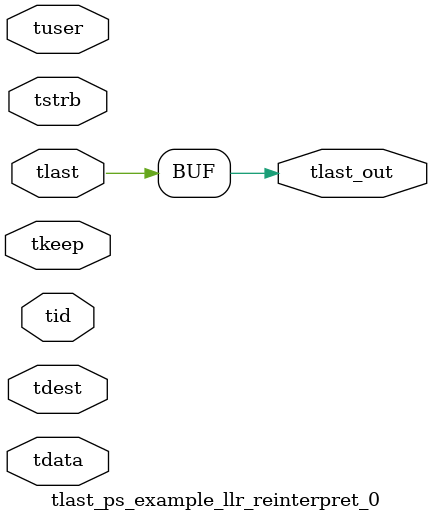
<source format=v>


`timescale 1ps/1ps

module tlast_ps_example_llr_reinterpret_0 #
(
parameter C_S_AXIS_TID_WIDTH   = 1,
parameter C_S_AXIS_TUSER_WIDTH = 0,
parameter C_S_AXIS_TDATA_WIDTH = 0,
parameter C_S_AXIS_TDEST_WIDTH = 0
)
(
input  [(C_S_AXIS_TID_WIDTH   == 0 ? 1 : C_S_AXIS_TID_WIDTH)-1:0       ] tid,
input  [(C_S_AXIS_TDATA_WIDTH == 0 ? 1 : C_S_AXIS_TDATA_WIDTH)-1:0     ] tdata,
input  [(C_S_AXIS_TUSER_WIDTH == 0 ? 1 : C_S_AXIS_TUSER_WIDTH)-1:0     ] tuser,
input  [(C_S_AXIS_TDEST_WIDTH == 0 ? 1 : C_S_AXIS_TDEST_WIDTH)-1:0     ] tdest,
input  [(C_S_AXIS_TDATA_WIDTH/8)-1:0 ] tkeep,
input  [(C_S_AXIS_TDATA_WIDTH/8)-1:0 ] tstrb,
input  [0:0]                                                             tlast,
output                                                                   tlast_out
);

assign tlast_out = {tlast};

endmodule


</source>
